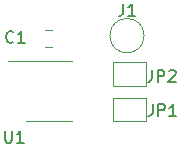
<source format=gbr>
G04 #@! TF.GenerationSoftware,KiCad,Pcbnew,5.1.5+dfsg1-2build2*
G04 #@! TF.CreationDate,2021-08-12T07:43:27+01:00*
G04 #@! TF.ProjectId,picoram,7069636f-7261-46d2-9e6b-696361645f70,rev?*
G04 #@! TF.SameCoordinates,Original*
G04 #@! TF.FileFunction,Legend,Top*
G04 #@! TF.FilePolarity,Positive*
%FSLAX46Y46*%
G04 Gerber Fmt 4.6, Leading zero omitted, Abs format (unit mm)*
G04 Created by KiCad (PCBNEW 5.1.5+dfsg1-2build2) date 2021-08-12 07:43:27*
%MOMM*%
%LPD*%
G04 APERTURE LIST*
%ADD10C,0.120000*%
%ADD11C,0.150000*%
G04 APERTURE END LIST*
D10*
X161950000Y-121200000D02*
G75*
G03X161950000Y-121200000I-1450000J0D01*
G01*
X153900000Y-123340000D02*
X150450000Y-123340000D01*
X153900000Y-123340000D02*
X155850000Y-123340000D01*
X153900000Y-128460000D02*
X151950000Y-128460000D01*
X153900000Y-128460000D02*
X155850000Y-128460000D01*
X159300000Y-123450000D02*
X162100000Y-123450000D01*
X162100000Y-123450000D02*
X162100000Y-125450000D01*
X162100000Y-125450000D02*
X159300000Y-125450000D01*
X159300000Y-125450000D02*
X159300000Y-123450000D01*
X159300000Y-126450000D02*
X162100000Y-126450000D01*
X162100000Y-126450000D02*
X162100000Y-128450000D01*
X162100000Y-128450000D02*
X159300000Y-128450000D01*
X159300000Y-128450000D02*
X159300000Y-126450000D01*
X154111252Y-120740000D02*
X153588748Y-120740000D01*
X154111252Y-122160000D02*
X153588748Y-122160000D01*
D11*
X160166666Y-118504380D02*
X160166666Y-119218666D01*
X160119047Y-119361523D01*
X160023809Y-119456761D01*
X159880952Y-119504380D01*
X159785714Y-119504380D01*
X161166666Y-119504380D02*
X160595238Y-119504380D01*
X160880952Y-119504380D02*
X160880952Y-118504380D01*
X160785714Y-118647238D01*
X160690476Y-118742476D01*
X160595238Y-118790095D01*
X150188095Y-129252380D02*
X150188095Y-130061904D01*
X150235714Y-130157142D01*
X150283333Y-130204761D01*
X150378571Y-130252380D01*
X150569047Y-130252380D01*
X150664285Y-130204761D01*
X150711904Y-130157142D01*
X150759523Y-130061904D01*
X150759523Y-129252380D01*
X151759523Y-130252380D02*
X151188095Y-130252380D01*
X151473809Y-130252380D02*
X151473809Y-129252380D01*
X151378571Y-129395238D01*
X151283333Y-129490476D01*
X151188095Y-129538095D01*
X162616666Y-124102380D02*
X162616666Y-124816666D01*
X162569047Y-124959523D01*
X162473809Y-125054761D01*
X162330952Y-125102380D01*
X162235714Y-125102380D01*
X163092857Y-125102380D02*
X163092857Y-124102380D01*
X163473809Y-124102380D01*
X163569047Y-124150000D01*
X163616666Y-124197619D01*
X163664285Y-124292857D01*
X163664285Y-124435714D01*
X163616666Y-124530952D01*
X163569047Y-124578571D01*
X163473809Y-124626190D01*
X163092857Y-124626190D01*
X164045238Y-124197619D02*
X164092857Y-124150000D01*
X164188095Y-124102380D01*
X164426190Y-124102380D01*
X164521428Y-124150000D01*
X164569047Y-124197619D01*
X164616666Y-124292857D01*
X164616666Y-124388095D01*
X164569047Y-124530952D01*
X163997619Y-125102380D01*
X164616666Y-125102380D01*
X162666666Y-127002380D02*
X162666666Y-127716666D01*
X162619047Y-127859523D01*
X162523809Y-127954761D01*
X162380952Y-128002380D01*
X162285714Y-128002380D01*
X163142857Y-128002380D02*
X163142857Y-127002380D01*
X163523809Y-127002380D01*
X163619047Y-127050000D01*
X163666666Y-127097619D01*
X163714285Y-127192857D01*
X163714285Y-127335714D01*
X163666666Y-127430952D01*
X163619047Y-127478571D01*
X163523809Y-127526190D01*
X163142857Y-127526190D01*
X164666666Y-128002380D02*
X164095238Y-128002380D01*
X164380952Y-128002380D02*
X164380952Y-127002380D01*
X164285714Y-127145238D01*
X164190476Y-127240476D01*
X164095238Y-127288095D01*
X150883333Y-121707142D02*
X150835714Y-121754761D01*
X150692857Y-121802380D01*
X150597619Y-121802380D01*
X150454761Y-121754761D01*
X150359523Y-121659523D01*
X150311904Y-121564285D01*
X150264285Y-121373809D01*
X150264285Y-121230952D01*
X150311904Y-121040476D01*
X150359523Y-120945238D01*
X150454761Y-120850000D01*
X150597619Y-120802380D01*
X150692857Y-120802380D01*
X150835714Y-120850000D01*
X150883333Y-120897619D01*
X151835714Y-121802380D02*
X151264285Y-121802380D01*
X151550000Y-121802380D02*
X151550000Y-120802380D01*
X151454761Y-120945238D01*
X151359523Y-121040476D01*
X151264285Y-121088095D01*
M02*

</source>
